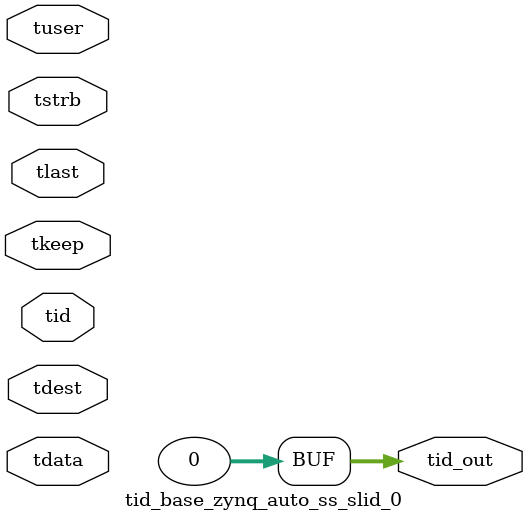
<source format=v>


`timescale 1ps/1ps

module tid_base_zynq_auto_ss_slid_0 #
(
parameter C_S_AXIS_TID_WIDTH   = 1,
parameter C_S_AXIS_TUSER_WIDTH = 0,
parameter C_S_AXIS_TDATA_WIDTH = 0,
parameter C_S_AXIS_TDEST_WIDTH = 0,
parameter C_M_AXIS_TID_WIDTH   = 32
)
(
input  [(C_S_AXIS_TID_WIDTH   == 0 ? 1 : C_S_AXIS_TID_WIDTH)-1:0       ] tid,
input  [(C_S_AXIS_TDATA_WIDTH == 0 ? 1 : C_S_AXIS_TDATA_WIDTH)-1:0     ] tdata,
input  [(C_S_AXIS_TUSER_WIDTH == 0 ? 1 : C_S_AXIS_TUSER_WIDTH)-1:0     ] tuser,
input  [(C_S_AXIS_TDEST_WIDTH == 0 ? 1 : C_S_AXIS_TDEST_WIDTH)-1:0     ] tdest,
input  [(C_S_AXIS_TDATA_WIDTH/8)-1:0 ] tkeep,
input  [(C_S_AXIS_TDATA_WIDTH/8)-1:0 ] tstrb,
input                                                                    tlast,
output [(C_M_AXIS_TID_WIDTH   == 0 ? 1 : C_M_AXIS_TID_WIDTH)-1:0       ] tid_out
);

assign tid_out = {2'b00};

endmodule


</source>
